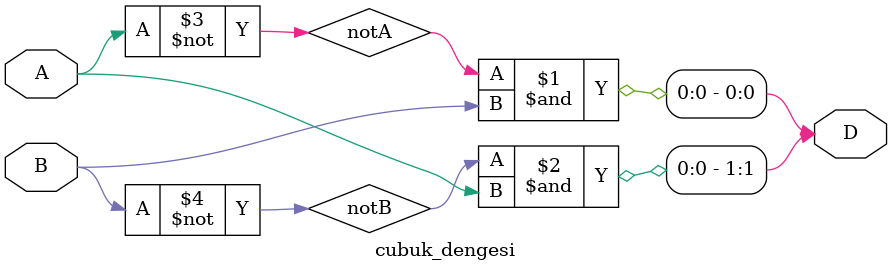
<source format=v>
`timescale 1ns / 1ps

module cubuk_dengesi(
    input A,B,// A ve B girisleri.
    output [1:0] D //2 Bitlik denge cikisi..
    
    );
    
    //Karnough haritasi ile cikislarin mantiksal durumunu buldugumuzda...
    
    wire notA;   
    
    not kapi1(notA,A);
    
    and kapi2(D[0],notA,B);//Cikisin en sagdaki biti.
    
    wire notB;
    
    not kapi3(notB,B);
    
    and kapi4(D[1],notB,A);//Cikisin en soldaki biti.
    
    //Bu mantiksal devreyi test bench ile test etmek lazim.....
    
    //.
endmodule

</source>
